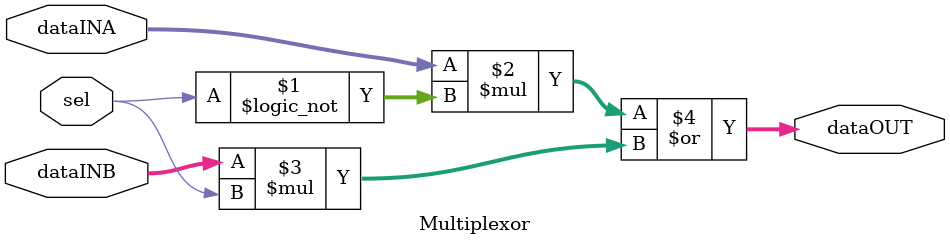
<source format=v>

module Multiplexor (input wire [8:0] dataINA, input wire [8:0] dataINB, output wire [8:0] dataOUT, input wire sel);

	assign dataOUT = ((dataINA)*!sel)|((dataINB)*sel);

endmodule
</source>
